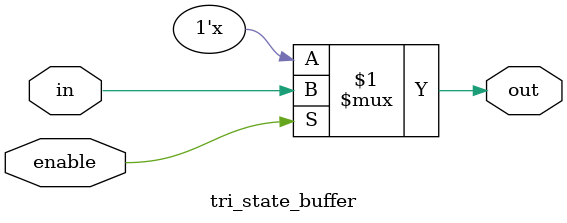
<source format=v>
`timescale 1ns / 1ps


module tri_state_buffer(in,enable,out);
    input in,enable;
    output out;
    
    assign out = enable ? in : 1'bz;
endmodule

</source>
